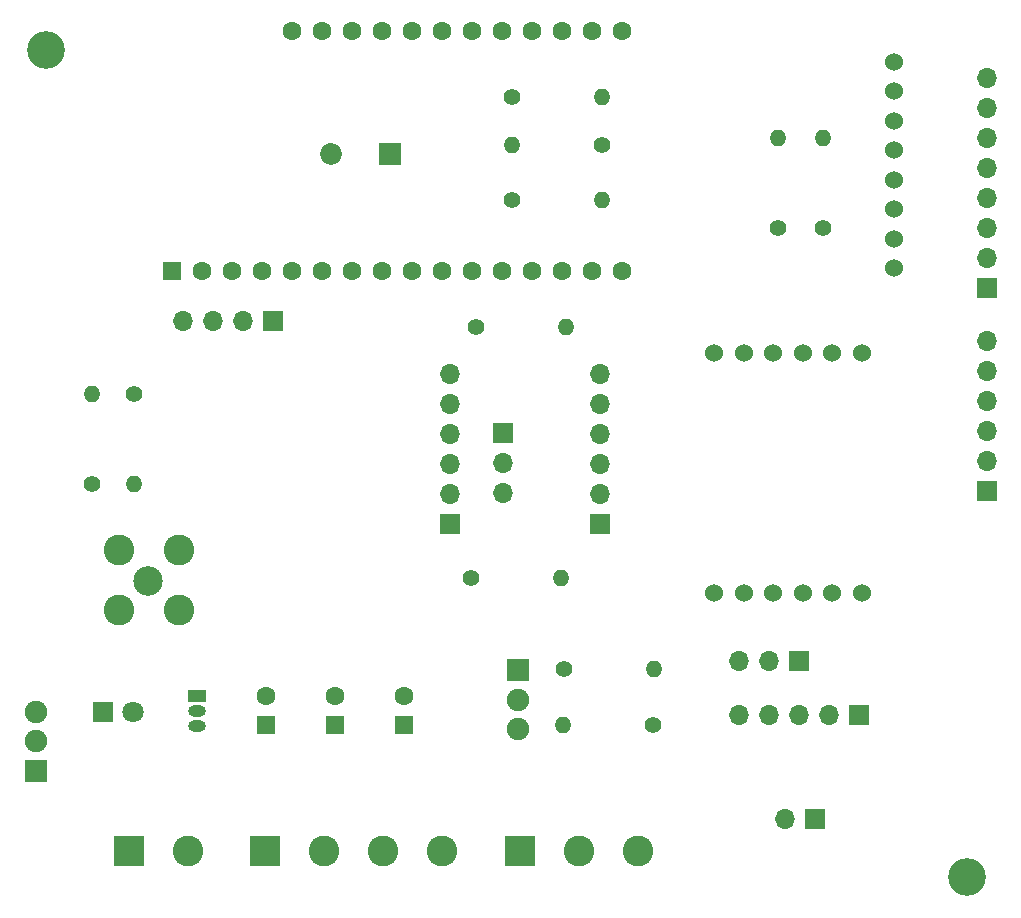
<source format=gbr>
%TF.GenerationSoftware,KiCad,Pcbnew,6.0.11-2627ca5db0~126~ubuntu22.04.1*%
%TF.CreationDate,2023-07-23T23:03:52-04:00*%
%TF.ProjectId,sweet-p,73776565-742d-4702-9e6b-696361645f70,rev?*%
%TF.SameCoordinates,Original*%
%TF.FileFunction,Soldermask,Bot*%
%TF.FilePolarity,Negative*%
%FSLAX46Y46*%
G04 Gerber Fmt 4.6, Leading zero omitted, Abs format (unit mm)*
G04 Created by KiCad (PCBNEW 6.0.11-2627ca5db0~126~ubuntu22.04.1) date 2023-07-23 23:03:52*
%MOMM*%
%LPD*%
G01*
G04 APERTURE LIST*
%ADD10R,1.900000X1.900000*%
%ADD11C,1.900000*%
%ADD12C,1.400000*%
%ADD13O,1.400000X1.400000*%
%ADD14O,1.700000X1.700000*%
%ADD15R,1.700000X1.700000*%
%ADD16R,1.800000X1.800000*%
%ADD17C,1.800000*%
%ADD18C,1.524000*%
%ADD19R,1.500000X1.000000*%
%ADD20O,1.500000X1.000000*%
%ADD21R,2.600000X2.600000*%
%ADD22C,2.600000*%
%ADD23C,3.200000*%
%ADD24C,2.500000*%
%ADD25R,1.600000X1.600000*%
%ADD26C,1.600000*%
%ADD27R,1.850000X1.850000*%
%ADD28C,1.850000*%
G04 APERTURE END LIST*
D10*
%TO.C,S2*%
X28200000Y-85455000D03*
D11*
X28200000Y-82955000D03*
X28200000Y-80455000D03*
%TD*%
D12*
%TO.C,R15*%
X65500000Y-47900000D03*
D13*
X73120000Y-47900000D03*
%TD*%
D14*
%TO.C,U1*%
X87740000Y-80700000D03*
X90280000Y-80700000D03*
X92820000Y-80700000D03*
X95360000Y-80700000D03*
D15*
X97900000Y-80700000D03*
%TD*%
D13*
%TO.C,R19*%
X36575000Y-61185000D03*
D12*
X36575000Y-53565000D03*
%TD*%
D16*
%TO.C,D1*%
X33950000Y-80475000D03*
D17*
X36490000Y-80475000D03*
%TD*%
D18*
%TO.C,U6*%
X85650000Y-50112500D03*
X88150000Y-50112500D03*
X90650000Y-50112500D03*
X93150000Y-50112500D03*
X95650000Y-50112500D03*
X98150000Y-50112500D03*
X98150000Y-70432500D03*
X95650000Y-70432500D03*
X93150000Y-70432500D03*
X90650000Y-70432500D03*
X88150000Y-70432500D03*
X85650000Y-70432500D03*
%TD*%
D12*
%TO.C,R4*%
X80455000Y-81550000D03*
D13*
X72835000Y-81550000D03*
%TD*%
D19*
%TO.C,U2*%
X41875000Y-79105000D03*
D20*
X41875000Y-80375000D03*
X41875000Y-81645000D03*
%TD*%
D12*
%TO.C,R2*%
X72950000Y-76875000D03*
D13*
X80570000Y-76875000D03*
%TD*%
%TO.C,R17*%
X32950000Y-53565000D03*
D12*
X32950000Y-61185000D03*
%TD*%
D21*
%TO.C,J1*%
X36075000Y-92225000D03*
D22*
X41075000Y-92225000D03*
%TD*%
D12*
%TO.C,R5*%
X68550000Y-28400000D03*
D13*
X76170000Y-28400000D03*
%TD*%
D23*
%TO.C,H1*%
X107100000Y-94475000D03*
%TD*%
D22*
%TO.C,AE1*%
X40365000Y-71890000D03*
X40365000Y-66810000D03*
X35285000Y-71890000D03*
X35285000Y-66810000D03*
D24*
X37725000Y-69425000D03*
%TD*%
D15*
%TO.C,J2*%
X92800000Y-76150000D03*
D14*
X90260000Y-76150000D03*
X87720000Y-76150000D03*
%TD*%
D23*
%TO.C,H3*%
X29100000Y-24475000D03*
%TD*%
D18*
%TO.C,U7*%
X100885000Y-42925000D03*
X100885000Y-40425000D03*
X100885000Y-37925000D03*
X100885000Y-35425000D03*
X100885000Y-32925000D03*
X100885000Y-30425000D03*
X100885000Y-27925000D03*
X100885000Y-25425000D03*
%TD*%
D25*
%TO.C,C3*%
X47698750Y-81603856D03*
D26*
X47698750Y-79103856D03*
%TD*%
D27*
%TO.C,BZ1*%
X58175000Y-33225000D03*
D28*
X53175000Y-33225000D03*
%TD*%
D12*
%TO.C,R13*%
X65102500Y-69125000D03*
D13*
X72722500Y-69125000D03*
%TD*%
D15*
%TO.C,U3*%
X76012500Y-64597500D03*
D14*
X76012500Y-62057500D03*
X76012500Y-59517500D03*
X76012500Y-56977500D03*
X76012500Y-54437500D03*
X76012500Y-51897500D03*
D15*
X63272500Y-64580000D03*
D14*
X63272500Y-62040000D03*
X63272500Y-59500000D03*
X63272500Y-56960000D03*
X63272500Y-54420000D03*
X63272500Y-51880000D03*
%TD*%
D15*
%TO.C,JP1*%
X94175000Y-89550000D03*
D14*
X91635000Y-89550000D03*
%TD*%
D12*
%TO.C,R7*%
X91075000Y-39535000D03*
D13*
X91075000Y-31915000D03*
%TD*%
D12*
%TO.C,R12*%
X68550000Y-37100000D03*
D13*
X76170000Y-37100000D03*
%TD*%
D21*
%TO.C,J3*%
X69225000Y-92225000D03*
D22*
X74225000Y-92225000D03*
X79225000Y-92225000D03*
%TD*%
D12*
%TO.C,R22*%
X94875000Y-39535000D03*
D13*
X94875000Y-31915000D03*
%TD*%
D25*
%TO.C,C2*%
X59406250Y-81603856D03*
D26*
X59406250Y-79103856D03*
%TD*%
D21*
%TO.C,J7*%
X47650000Y-92225000D03*
D22*
X52650000Y-92225000D03*
X57650000Y-92225000D03*
X62650000Y-92225000D03*
%TD*%
D12*
%TO.C,R9*%
X76170000Y-32500000D03*
D13*
X68550000Y-32500000D03*
%TD*%
D15*
%TO.C,J4*%
X108725000Y-44550000D03*
D14*
X108725000Y-42010000D03*
X108725000Y-39470000D03*
X108725000Y-36930000D03*
X108725000Y-34390000D03*
X108725000Y-31850000D03*
X108725000Y-29310000D03*
X108725000Y-26770000D03*
%TD*%
D10*
%TO.C,S1*%
X69025000Y-76945000D03*
D11*
X69025000Y-79445000D03*
X69025000Y-81945000D03*
%TD*%
D14*
%TO.C,U4*%
X40655000Y-47375000D03*
X43195000Y-47375000D03*
X45735000Y-47375000D03*
D15*
X48275000Y-47375000D03*
%TD*%
D25*
%TO.C,C1*%
X53552500Y-81603856D03*
D26*
X53552500Y-79103856D03*
%TD*%
D15*
%TO.C,J5*%
X67737500Y-56900000D03*
D14*
X67737500Y-59440000D03*
X67737500Y-61980000D03*
%TD*%
D15*
%TO.C,J6*%
X108725000Y-61750000D03*
D14*
X108725000Y-59210000D03*
X108725000Y-56670000D03*
X108725000Y-54130000D03*
X108725000Y-51590000D03*
X108725000Y-49050000D03*
%TD*%
D25*
%TO.C,A1*%
X39750000Y-43127500D03*
D26*
X42290000Y-43127500D03*
X44830000Y-43127500D03*
X47370000Y-43127500D03*
X49910000Y-43127500D03*
X52450000Y-43127500D03*
X54990000Y-43127500D03*
X57530000Y-43127500D03*
X60070000Y-43127500D03*
X62610000Y-43127500D03*
X65150000Y-43127500D03*
X67690000Y-43127500D03*
X70230000Y-43127500D03*
X72770000Y-43127500D03*
X75310000Y-43127500D03*
X77850000Y-43127500D03*
X77850000Y-22807500D03*
X75310000Y-22807500D03*
X72770000Y-22807500D03*
X70230000Y-22807500D03*
X67690000Y-22807500D03*
X65150000Y-22807500D03*
X62610000Y-22807500D03*
X60070000Y-22807500D03*
X57530000Y-22807500D03*
X54990000Y-22807500D03*
X52450000Y-22807500D03*
X49910000Y-22807500D03*
%TD*%
M02*

</source>
